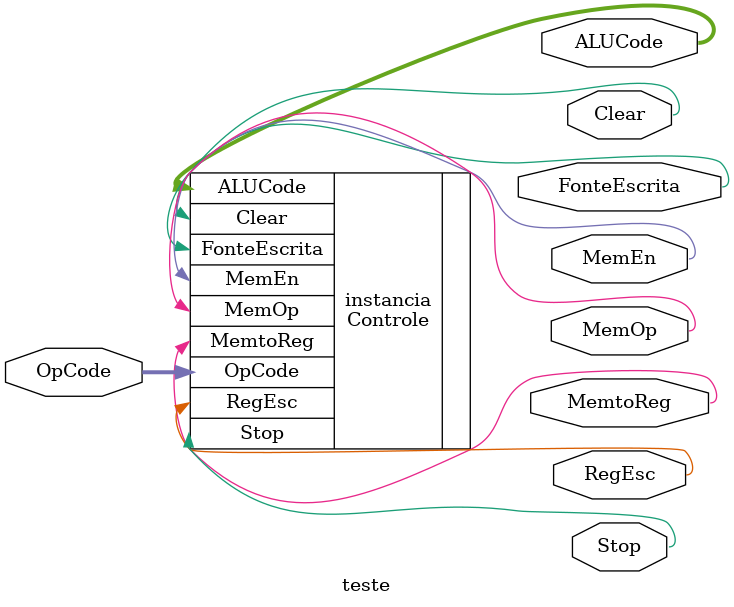
<source format=v>
module teste (
	input wire [2:0] OpCode,
	output wire MemtoReg, MemEn, MemOp, FonteEscrita, RegEsc, Stop, Clear,
	output wire [3:0] ALUCode
);

Controle instancia(
	.OpCode(OpCode),
	.MemtoReg(MemtoReg),
	.MemEn(MemEn),
	.MemOp(MemOp),
	.FonteEscrita(FonteEscrita),
	.RegEsc(RegEsc),
	.Stop(Stop),
	.Clear(Clear),
	.ALUCode(ALUCode)
);

endmodule
</source>
